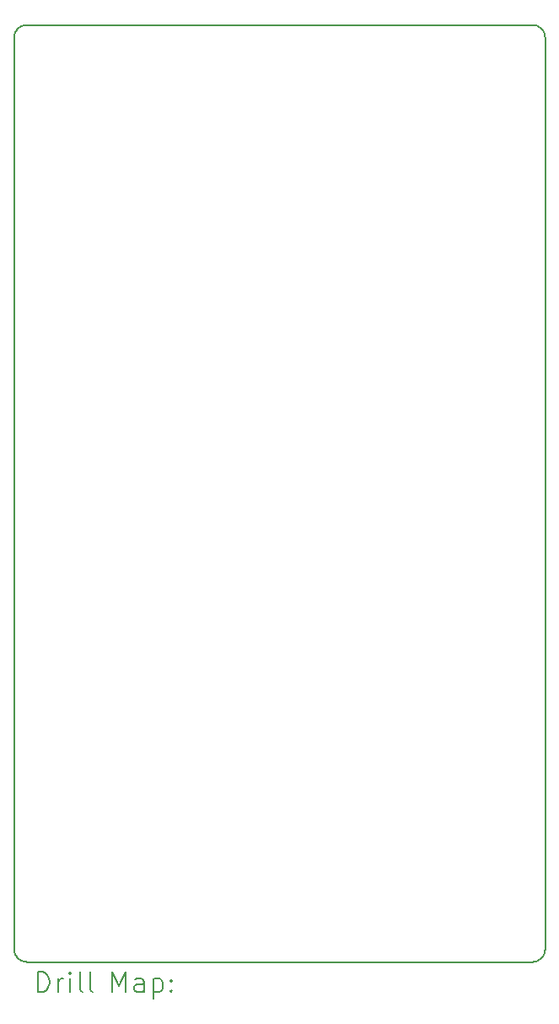
<source format=gbr>
%TF.GenerationSoftware,KiCad,Pcbnew,(7.0.0-0)*%
%TF.CreationDate,2023-04-13T00:16:08-06:00*%
%TF.ProjectId,Phase A - PCB,50686173-6520-4412-902d-205043422e6b,rev?*%
%TF.SameCoordinates,Original*%
%TF.FileFunction,Drillmap*%
%TF.FilePolarity,Positive*%
%FSLAX45Y45*%
G04 Gerber Fmt 4.5, Leading zero omitted, Abs format (unit mm)*
G04 Created by KiCad (PCBNEW (7.0.0-0)) date 2023-04-13 00:16:08*
%MOMM*%
%LPD*%
G01*
G04 APERTURE LIST*
%ADD10C,0.150000*%
%ADD11C,0.200000*%
G04 APERTURE END LIST*
D10*
X12214500Y-11961500D02*
G75*
G03*
X12341500Y-12088500I127000J0D01*
G01*
X12214500Y-11961500D02*
X12214500Y-2817500D01*
X17421500Y-12088500D02*
X12341500Y-12088500D01*
X17548500Y-2817500D02*
X17548500Y-11961500D01*
X12341500Y-2690500D02*
X17421500Y-2690500D01*
X12341500Y-2690500D02*
G75*
G03*
X12214500Y-2817500I0J-127000D01*
G01*
X17548500Y-2817500D02*
G75*
G03*
X17421500Y-2690500I-127000J0D01*
G01*
X17421500Y-12088500D02*
G75*
G03*
X17548500Y-11961500I0J127000D01*
G01*
D11*
X12454619Y-12389476D02*
X12454619Y-12189476D01*
X12454619Y-12189476D02*
X12502238Y-12189476D01*
X12502238Y-12189476D02*
X12530809Y-12199000D01*
X12530809Y-12199000D02*
X12549857Y-12218048D01*
X12549857Y-12218048D02*
X12559381Y-12237095D01*
X12559381Y-12237095D02*
X12568905Y-12275190D01*
X12568905Y-12275190D02*
X12568905Y-12303762D01*
X12568905Y-12303762D02*
X12559381Y-12341857D01*
X12559381Y-12341857D02*
X12549857Y-12360905D01*
X12549857Y-12360905D02*
X12530809Y-12379952D01*
X12530809Y-12379952D02*
X12502238Y-12389476D01*
X12502238Y-12389476D02*
X12454619Y-12389476D01*
X12654619Y-12389476D02*
X12654619Y-12256143D01*
X12654619Y-12294238D02*
X12664143Y-12275190D01*
X12664143Y-12275190D02*
X12673667Y-12265667D01*
X12673667Y-12265667D02*
X12692714Y-12256143D01*
X12692714Y-12256143D02*
X12711762Y-12256143D01*
X12778428Y-12389476D02*
X12778428Y-12256143D01*
X12778428Y-12189476D02*
X12768905Y-12199000D01*
X12768905Y-12199000D02*
X12778428Y-12208524D01*
X12778428Y-12208524D02*
X12787952Y-12199000D01*
X12787952Y-12199000D02*
X12778428Y-12189476D01*
X12778428Y-12189476D02*
X12778428Y-12208524D01*
X12902238Y-12389476D02*
X12883190Y-12379952D01*
X12883190Y-12379952D02*
X12873667Y-12360905D01*
X12873667Y-12360905D02*
X12873667Y-12189476D01*
X13007000Y-12389476D02*
X12987952Y-12379952D01*
X12987952Y-12379952D02*
X12978428Y-12360905D01*
X12978428Y-12360905D02*
X12978428Y-12189476D01*
X13203190Y-12389476D02*
X13203190Y-12189476D01*
X13203190Y-12189476D02*
X13269857Y-12332333D01*
X13269857Y-12332333D02*
X13336524Y-12189476D01*
X13336524Y-12189476D02*
X13336524Y-12389476D01*
X13517476Y-12389476D02*
X13517476Y-12284714D01*
X13517476Y-12284714D02*
X13507952Y-12265667D01*
X13507952Y-12265667D02*
X13488905Y-12256143D01*
X13488905Y-12256143D02*
X13450809Y-12256143D01*
X13450809Y-12256143D02*
X13431762Y-12265667D01*
X13517476Y-12379952D02*
X13498428Y-12389476D01*
X13498428Y-12389476D02*
X13450809Y-12389476D01*
X13450809Y-12389476D02*
X13431762Y-12379952D01*
X13431762Y-12379952D02*
X13422238Y-12360905D01*
X13422238Y-12360905D02*
X13422238Y-12341857D01*
X13422238Y-12341857D02*
X13431762Y-12322809D01*
X13431762Y-12322809D02*
X13450809Y-12313286D01*
X13450809Y-12313286D02*
X13498428Y-12313286D01*
X13498428Y-12313286D02*
X13517476Y-12303762D01*
X13612714Y-12256143D02*
X13612714Y-12456143D01*
X13612714Y-12265667D02*
X13631762Y-12256143D01*
X13631762Y-12256143D02*
X13669857Y-12256143D01*
X13669857Y-12256143D02*
X13688905Y-12265667D01*
X13688905Y-12265667D02*
X13698428Y-12275190D01*
X13698428Y-12275190D02*
X13707952Y-12294238D01*
X13707952Y-12294238D02*
X13707952Y-12351381D01*
X13707952Y-12351381D02*
X13698428Y-12370428D01*
X13698428Y-12370428D02*
X13688905Y-12379952D01*
X13688905Y-12379952D02*
X13669857Y-12389476D01*
X13669857Y-12389476D02*
X13631762Y-12389476D01*
X13631762Y-12389476D02*
X13612714Y-12379952D01*
X13793667Y-12370428D02*
X13803190Y-12379952D01*
X13803190Y-12379952D02*
X13793667Y-12389476D01*
X13793667Y-12389476D02*
X13784143Y-12379952D01*
X13784143Y-12379952D02*
X13793667Y-12370428D01*
X13793667Y-12370428D02*
X13793667Y-12389476D01*
X13793667Y-12265667D02*
X13803190Y-12275190D01*
X13803190Y-12275190D02*
X13793667Y-12284714D01*
X13793667Y-12284714D02*
X13784143Y-12275190D01*
X13784143Y-12275190D02*
X13793667Y-12265667D01*
X13793667Y-12265667D02*
X13793667Y-12284714D01*
M02*

</source>
